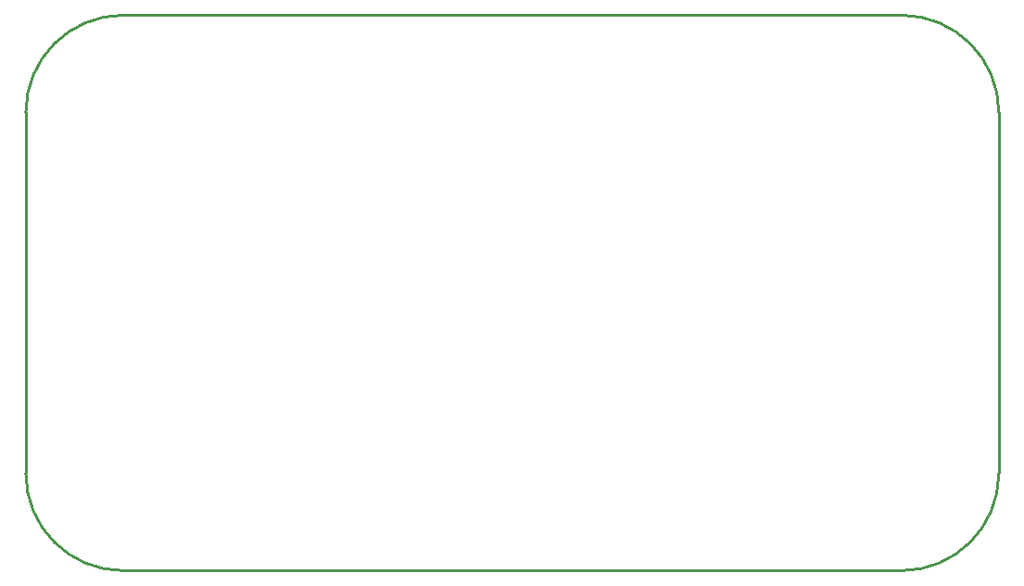
<source format=gko>
G04 Layer: BoardOutlineLayer*
G04 EasyEDA v6.5.46, 2024-09-05 17:20:12*
G04 40de067d3049435e91e5d68b14a7b093,40d518a219da4ee2a43a6f8a03234e12,10*
G04 Gerber Generator version 0.2*
G04 Scale: 100 percent, Rotated: No, Reflected: No *
G04 Dimensions in millimeters *
G04 leading zeros omitted , absolute positions ,4 integer and 5 decimal *
%FSLAX45Y45*%
%MOMM*%

%ADD10C,0.2540*%
D10*
X0Y-4190992D02*
G01*
X0Y-888997D01*
X8000984Y-5079989D02*
G01*
X888997Y-5079989D01*
X8889982Y-888997D02*
G01*
X8889982Y-4190992D01*
X888997Y0D02*
G01*
X8000984Y0D01*
G75*
G01*
X8000984Y0D02*
G02*
X8889982Y-888998I0J-888998D01*
G75*
G01*
X8889982Y-4190992D02*
G02*
X8000984Y-5079990I-888998J0D01*
G75*
G01*
X888998Y-5079990D02*
G02*
X0Y-4190992I0J888998D01*
G75*
G01*
X0Y-888998D02*
G02*
X888998Y0I888998J0D01*

%LPD*%
M02*

</source>
